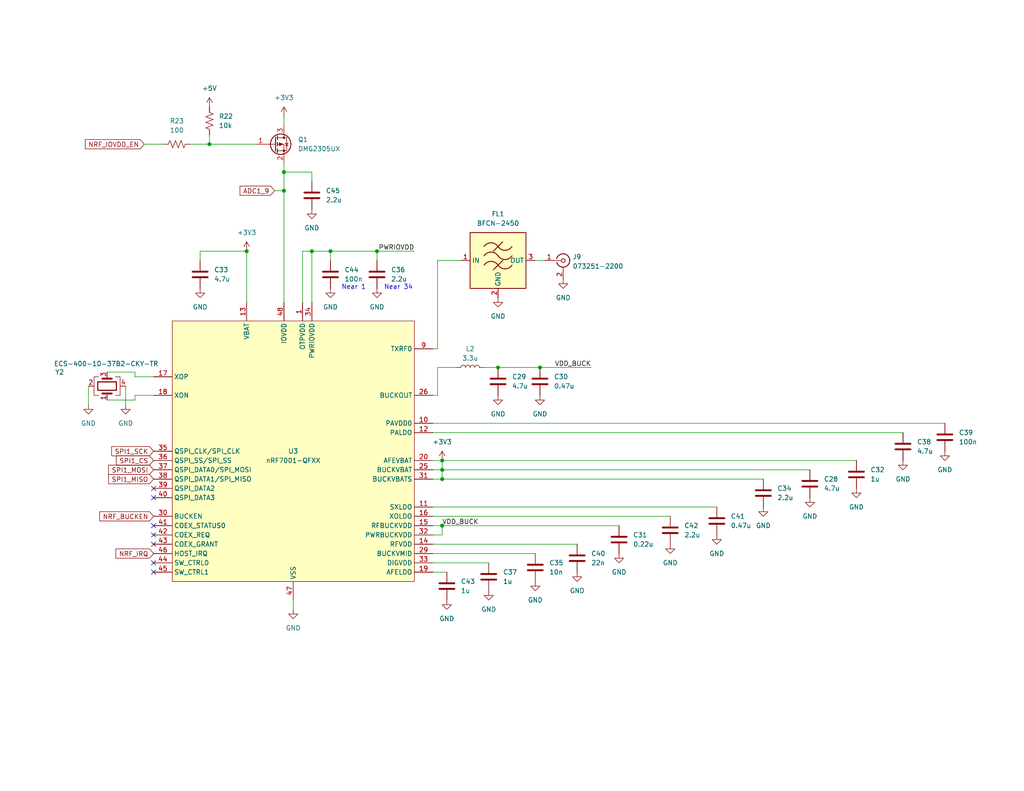
<source format=kicad_sch>
(kicad_sch (version 20250114) (generator "eeschema") (generator_version "9.0")
  (paper "USLetter")
  (title_block (title "WiFi Coprocessor") (rev "alpha") (company "Haas Hooligans") (comment 1 "Ryan Jacoby"))
  (lib_symbols
    (symbol "Connector:Conn_Coaxial" (pin_names (offset 1.016) (hide yes))
      (property "Reference" "J" (at 0.254 3.048 0))
      (property "Value" "Conn_Coaxial" (at 2.921 0 90))
      (symbol "Conn_Coaxial_0_1"
        (polyline (pts (xy -2.54 0) (xy -0.508 0)))
        (arc (start 1.778 0) (mid 0.222 -1.8079) (end -1.778 -0.508) (stroke (width 0.254)))
        (arc (start -1.778 0.508) (mid 0.2221 1.8084) (end 1.778 0) (stroke (width 0.254)))
        (circle (center 0 0) (radius 0.508) (stroke (width 0.2032)))
        (polyline (pts (xy 0 -2.54) (xy 0 -1.778)))
      )
      (symbol "Conn_Coaxial_1_1"
        (pin passive line (at -5.08 0 0) (length 2.54) (name "In") (number "1"))
        (pin passive line (at 0 -5.08 90) (length 2.54) (name "Ext") (number "2"))
      )
    )
    (symbol "Device:C" (pin_numbers (hide yes)) (pin_names (offset 0.254))
      (property "Reference" "C" (at 0.635 2.54 0))
      (property "Value" "C" (at 0.635 -2.54 0))
      (symbol "C_0_1"
        (polyline (pts (xy -2.032 0.762) (xy 2.032 0.762)) (stroke (width 0.508)))
        (polyline (pts (xy -2.032 -0.762) (xy 2.032 -0.762)) (stroke (width 0.508)))
      )
      (symbol "C_1_1"
        (pin passive line (at 0 3.81 270) (length 2.794) (name "~") (number "1"))
        (pin passive line (at 0 -3.81 90) (length 2.794) (name "~") (number "2"))
      )
    )
    (symbol "Device:Crystal_GND24" (pin_names (offset 1.016) (hide yes))
      (property "Reference" "Y" (at 3.175 5.08 0))
      (property "Value" "Crystal_GND24" (at 3.175 3.175 0))
      (symbol "Crystal_GND24_0_1"
        (polyline (pts (xy -2.54 2.286) (xy -2.54 3.556) (xy 2.54 3.556) (xy 2.54 2.286)))
        (polyline (pts (xy -2.54 0) (xy -2.032 0)))
        (polyline (pts (xy -2.54 -2.286) (xy -2.54 -3.556) (xy 2.54 -3.556) (xy 2.54 -2.286)))
        (polyline (pts (xy -2.032 -1.27) (xy -2.032 1.27)) (stroke (width 0.508)))
        (rectangle (start -1.143 2.54) (end 1.143 -2.54) (stroke (width 0.3048)))
        (polyline (pts (xy 0 3.556) (xy 0 3.81)))
        (polyline (pts (xy 0 -3.81) (xy 0 -3.556)))
        (polyline (pts (xy 2.032 0) (xy 2.54 0)))
        (polyline (pts (xy 2.032 -1.27) (xy 2.032 1.27)) (stroke (width 0.508)))
      )
      (symbol "Crystal_GND24_1_1"
        (pin passive line (at -3.81 0 0) (length 1.27) (name "1") (number "1"))
        (pin passive line (at 0 5.08 270) (length 1.27) (name "2") (number "2"))
        (pin passive line (at 0 -5.08 90) (length 1.27) (name "4") (number "4"))
        (pin passive line (at 3.81 0 180) (length 1.27) (name "3") (number "3"))
      )
    )
    (symbol "Device:L" (pin_numbers (hide yes)) (pin_names (offset 1.016) (hide yes))
      (property "Reference" "L" (at -1.27 0 90))
      (property "Value" "L" (at 1.905 0 90))
      (symbol "L_0_1"
        (arc (start 0 2.54) (mid 0.6323 1.905) (end 0 1.27))
        (arc (start 0 1.27) (mid 0.6323 0.635) (end 0 0))
        (arc (start 0 0) (mid 0.6323 -0.635) (end 0 -1.27))
        (arc (start 0 -1.27) (mid 0.6323 -1.905) (end 0 -2.54))
      )
      (symbol "L_1_1"
        (pin passive line (at 0 3.81 270) (length 1.27) (name "1") (number "1"))
        (pin passive line (at 0 -3.81 90) (length 1.27) (name "2") (number "2"))
      )
    )
    (symbol "Device:R_US" (pin_numbers (hide yes)) (pin_names (offset 0))
      (property "Reference" "R" (at 2.54 0 90))
      (property "Value" "R_US" (at -2.54 0 90))
      (symbol "R_US_0_1"
        (polyline (pts (xy 0 2.286) (xy 0 2.54)))
        (polyline (pts (xy 0 2.286) (xy 1.016 1.905) (xy 0 1.524) (xy -1.016 1.143) (xy 0 0.762)))
        (polyline (pts (xy 0 0.762) (xy 1.016 0.381) (xy 0 0) (xy -1.016 -0.381) (xy 0 -0.762)))
        (polyline (pts (xy 0 -0.762) (xy 1.016 -1.143) (xy 0 -1.524) (xy -1.016 -1.905) (xy 0 -2.286)))
        (polyline (pts (xy 0 -2.286) (xy 0 -2.54)))
      )
      (symbol "R_US_1_1"
        (pin passive line (at 0 3.81 270) (length 1.27) (name "~") (number "1"))
        (pin passive line (at 0 -3.81 90) (length 1.27) (name "~") (number "2"))
      )
    )
    (symbol "PCM_nordic-lib-kicad-nrf7:nRF7001-QFXX"
      (property "Reference" "U" (at 0 0 0))
      (property "Value" "nRF7001-QFXX" (at 0 -2.54 0))
      (symbol "nRF7001-QFXX_0_0"
        (pin input line (at -38.1 20.32 0) (length 5.08) (name "XOP") (number "17"))
        (pin input line (at -38.1 15.24 0) (length 5.08) (name "XON") (number "18"))
        (pin input line (at -38.1 -2.54 0) (length 5.08) (name "QSPI_SS/SPI_SS") (number "36"))
        (pin bidirectional line (at -38.1 -5.08 0) (length 5.08) (name "QSPI_DATA0/SPI_MOSI") (number "37"))
        (pin bidirectional line (at -38.1 -7.62 0) (length 5.08) (name "QSPI_DATA1/SPI_MISO") (number "38"))
        (pin bidirectional line (at -38.1 -10.16 0) (length 5.08) (name "QSPI_DATA2") (number "39"))
        (pin bidirectional line (at -38.1 -12.7 0) (length 5.08) (name "QSPI_DATA3") (number "40"))
        (pin input line (at -38.1 -17.78 0) (length 5.08) (name "BUCKEN") (number "30"))
        (pin bidirectional line (at -38.1 -20.32 0) (length 5.08) (name "COEX_STATUS0") (number "41"))
        (pin bidirectional line (at -38.1 -22.86 0) (length 5.08) (name "COEX_REQ") (number "42"))
        (pin output line (at -38.1 -25.4 0) (length 5.08) (name "COEX_GRANT") (number "43"))
        (pin output line (at -38.1 -27.94 0) (length 5.08) (name "HOST_IRQ") (number "46"))
        (pin output line (at -38.1 -30.48 0) (length 5.08) (name "SW_CTRL0") (number "44"))
        (pin bidirectional line (at -38.1 -33.02 0) (length 5.08) (name "SW_CTRL1") (number "45"))
        (pin power_in line (at -12.7 40.64 270) (length 5.08) (name "VBAT") (number "13"))
        (pin power_in line (at -2.54 40.64 270) (length 5.08) (name "IOVDD") (number "48"))
        (pin passive line (at 0 -40.64 90) (length 5.08) (hide yes) (name "BUCKVSS") (number "28"))
        (pin power_in line (at 2.54 40.64 270) (length 5.08) (name "OTPVDD") (number "1"))
        (pin power_in line (at 5.08 40.64 270) (length 5.08) (name "PWRIOVDD") (number "34"))
        (pin bidirectional line (at 38.1 27.94 180) (length 5.08) (name "TXRF0") (number "9"))
        (pin power_out line (at 38.1 15.24 180) (length 5.08) (name "BUCKOUT") (number "26"))
        (pin passive line (at 38.1 7.62 180) (length 5.08) (name "PAVDD0") (number "10"))
        (pin passive line (at 38.1 5.08 180) (length 5.08) (name "PALDO") (number "12"))
        (pin passive line (at 38.1 -2.54 180) (length 5.08) (name "AFEVBAT") (number "20"))
        (pin passive line (at 38.1 -5.08 180) (length 5.08) (name "BUCKVBAT") (number "25"))
        (pin passive line (at 38.1 -7.62 180) (length 5.08) (name "BUCKVBATS") (number "31"))
        (pin passive line (at 38.1 -15.24 180) (length 5.08) (name "SXLDO") (number "11"))
        (pin passive line (at 38.1 -17.78 180) (length 5.08) (name "XOLDO") (number "16"))
        (pin passive line (at 38.1 -20.32 180) (length 5.08) (name "RFBUCKVDD") (number "15"))
        (pin passive line (at 38.1 -22.86 180) (length 5.08) (name "PWRBUCKVDD") (number "32"))
        (pin passive line (at 38.1 -25.4 180) (length 5.08) (name "RFVDD") (number "14"))
        (pin power_out line (at 38.1 -27.94 180) (length 5.08) (name "BUCKVMID") (number "29"))
        (pin passive line (at 38.1 -30.48 180) (length 5.08) (name "DIGVDD") (number "33"))
        (pin passive line (at 38.1 -33.02 180) (length 5.08) (name "AFELDO") (number "19"))
      )
      (symbol "nRF7001-QFXX_1_0"
        (pin input line (at -38.1 0 0) (length 5.08) (name "QSPI_CLK/SPI_CLK") (number "35"))
        (pin passive line (at 0 -40.64 90) (length 5.08) (hide yes) (name "BUCKVSS") (number "27"))
        (pin power_in line (at 0 -40.64 90) (length 5.08) (name "VSS") (number "47"))
        (pin passive line (at 0 -40.64 90) (length 5.08) (hide yes) (name "EP") (number "49"))
        (pin passive line (at 0 -40.64 90) (length 5.08) (hide yes) (name "PAVDD1") (number "8"))
        (pin no_connect line (at 7.62 35.56 270) (length 5.08) (hide yes) (name "TXRF1") (number "7"))
        (pin no_connect line (at 10.16 35.56 270) (length 5.08) (hide yes) (name "N.C.") (number "2"))
        (pin no_connect line (at 12.7 35.56 270) (length 5.08) (hide yes) (name "N.C.") (number "4"))
        (pin no_connect line (at 15.24 35.56 270) (length 5.08) (hide yes) (name "N.C.") (number "21"))
        (pin no_connect line (at 17.78 35.56 270) (length 5.08) (hide yes) (name "N.C.") (number "22"))
        (pin no_connect line (at 20.32 35.56 270) (length 5.08) (hide yes) (name "N.C.") (number "23"))
        (pin no_connect line (at 22.86 35.56 270) (length 5.08) (hide yes) (name "N.C.") (number "24"))
        (pin no_connect line (at 25.4 35.56 270) (length 5.08) (hide yes) (name "N.C.") (number "3"))
        (pin no_connect line (at 27.94 35.56 270) (length 5.08) (hide yes) (name "N.C.") (number "5"))
        (pin no_connect line (at 30.48 35.56 270) (length 5.08) (hide yes) (name "N.C.") (number "6"))
      )
      (symbol "nRF7001-QFXX_1_1"
        (rectangle (start -33.02 35.56) (end 33.02 -35.56) (fill (type background)))
      )
    )
    (symbol "RF_Filter:BFCN-2450"
      (property "Reference" "FL" (at 0 10.795 0))
      (property "Value" "BFCN-2450" (at 0 8.89 0))
      (symbol "BFCN-2450_0_1"
        (rectangle (start -7.62 7.62) (end 7.62 -7.62) (stroke (width 0.254)) (fill (type background)))
        (arc (start -3.81 3.81) (mid -1.905 4.8295) (end 0 3.81) (stroke (width 0.254)))
        (arc (start -3.81 1.27) (mid -1.905 2.2895) (end 0 1.27) (stroke (width 0.254)))
        (arc (start -3.81 -1.27) (mid -1.905 -0.2505) (end 0 -1.27) (stroke (width 0.254)))
        (polyline (pts (xy -1.27 2.54) (xy 1.27 5.08)) (stroke (width 0.254)))
        (polyline (pts (xy -1.27 -2.54) (xy 1.27 0)) (stroke (width 0.254)))
        (arc (start 3.81 3.81) (mid 1.905 2.7905) (end 0 3.81) (stroke (width 0.254)))
        (arc (start 3.81 1.27) (mid 1.905 0.2505) (end 0 1.27) (stroke (width 0.254)))
        (arc (start 3.81 -1.27) (mid 1.905 -2.2895) (end 0 -1.27) (stroke (width 0.254)))
      )
      (symbol "BFCN-2450_1_1"
        (pin passive line (at -10.16 0 0) (length 2.54) (name "IN") (number "1"))
        (pin passive line (at 0 -10.16 90) (length 2.54) (name "GND") (number "2"))
        (pin passive line (at 0 -10.16 90) (length 2.54) (hide yes) (name "GND") (number "4"))
        (pin passive line (at 10.16 0 180) (length 2.54) (name "OUT") (number "3"))
      )
    )
    (symbol "Transistor_FET:Q_PMOS_GSD" (pin_names (offset 0) (hide yes))
      (property "Reference" "Q" (at 5.08 1.905 0))
      (property "Value" "Q_PMOS_GSD" (at 5.08 0 0))
      (symbol "Q_PMOS_GSD_0_1"
        (polyline (pts (xy 0.254 1.905) (xy 0.254 -1.905)) (stroke (width 0.254)))
        (polyline (pts (xy 0.254 0) (xy -2.54 0)))
        (polyline (pts (xy 0.762 2.286) (xy 0.762 1.27)) (stroke (width 0.254)))
        (polyline (pts (xy 0.762 1.778) (xy 3.302 1.778) (xy 3.302 -1.778) (xy 0.762 -1.778)))
        (polyline (pts (xy 0.762 0.508) (xy 0.762 -0.508)) (stroke (width 0.254)))
        (polyline (pts (xy 0.762 -1.27) (xy 0.762 -2.286)) (stroke (width 0.254)))
        (circle (center 1.651 0) (radius 2.794) (stroke (width 0.254)))
        (polyline (pts (xy 2.286 0) (xy 1.27 0.381) (xy 1.27 -0.381) (xy 2.286 0)) (fill (type outline)))
        (polyline (pts (xy 2.54 2.54) (xy 2.54 1.778)))
        (circle (center 2.54 1.778) (radius 0.254) (fill (type outline)))
        (circle (center 2.54 -1.778) (radius 0.254) (fill (type outline)))
        (polyline (pts (xy 2.54 -2.54) (xy 2.54 0) (xy 0.762 0)))
        (polyline (pts (xy 2.921 -0.381) (xy 3.683 -0.381)))
        (polyline (pts (xy 3.302 -0.381) (xy 2.921 0.254) (xy 3.683 0.254) (xy 3.302 -0.381)))
      )
      (symbol "Q_PMOS_GSD_1_1"
        (pin input line (at -5.08 0 0) (length 2.54) (name "G") (number "1"))
        (pin passive line (at 2.54 5.08 270) (length 2.54) (name "D") (number "3"))
        (pin passive line (at 2.54 -5.08 90) (length 2.54) (name "S") (number "2"))
      )
    )
    (symbol "power:+3V3" (power) (pin_numbers (hide yes)) (pin_names (offset 0) (hide yes))
      (property "Value" "+3V3" (at 0 3.556 0))
      (symbol "+3V3_0_1"
        (polyline (pts (xy -0.762 1.27) (xy 0 2.54)))
        (polyline (pts (xy 0 2.54) (xy 0.762 1.27)))
        (polyline (pts (xy 0 0) (xy 0 2.54)))
      )
      (symbol "+3V3_1_1"
        (pin power_in line (at 0 0 90) (length 0) (name "~") (number "1"))
      )
    )
    (symbol "power:+5V" (power) (pin_numbers (hide yes)) (pin_names (offset 0) (hide yes))
      (property "Value" "+5V" (at 0 3.556 0))
      (symbol "+5V_0_1"
        (polyline (pts (xy -0.762 1.27) (xy 0 2.54)))
        (polyline (pts (xy 0 2.54) (xy 0.762 1.27)))
        (polyline (pts (xy 0 0) (xy 0 2.54)))
      )
      (symbol "+5V_1_1"
        (pin power_in line (at 0 0 90) (length 0) (name "~") (number "1"))
      )
    )
    (symbol "power:GND" (power) (pin_numbers (hide yes)) (pin_names (offset 0) (hide yes))
      (property "Value" "GND" (at 0 -3.81 0))
      (symbol "GND_0_1"
        (polyline (pts (xy 0 0) (xy 0 -1.27) (xy 1.27 -1.27) (xy 0 -2.54) (xy -1.27 -1.27) (xy 0 -1.27)))
      )
      (symbol "GND_1_1"
        (pin power_in line (at 0 0 270) (length 0) (name "~") (number "1"))
      )
    )
  )
  (text "Near 34" (at 108.712 78.486 0) (effects (font (size 1.27 1.27))))
  (text "Near 1" (at 96.52 78.486 0) (effects (font (size 1.27 1.27))))
  (junction (at 135.89 100.33))
  (junction (at 85.09 68.58))
  (junction (at 67.31 68.58))
  (junction (at 57.15 39.37))
  (junction (at 120.65 128.27))
  (junction (at 77.47 52.07))
  (junction (at 102.87 68.58))
  (junction (at 90.17 68.58))
  (junction (at 120.65 130.81))
  (junction (at 77.47 46.99))
  (junction (at 120.65 125.73))
  (junction (at 147.32 100.33))
  (junction (at 120.65 143.51))
  (no_connect (at 41.91 153.67))
  (no_connect (at 41.91 133.35))
  (no_connect (at 41.91 156.21))
  (no_connect (at 41.91 143.51))
  (no_connect (at 41.91 146.05))
  (no_connect (at 41.91 135.89))
  (no_connect (at 41.91 148.59))
  (wire (pts (xy 77.47 31.75) (xy 77.47 34.29)))
  (wire (pts (xy 36.83 101.6) (xy 36.83 102.87)))
  (wire (pts (xy 57.15 39.37) (xy 69.85 39.37)))
  (wire (pts (xy 24.13 105.41) (xy 24.13 110.49)))
  (wire (pts (xy 120.65 130.81) (xy 208.28 130.81)))
  (wire (pts (xy 85.09 68.58) (xy 90.17 68.58)))
  (wire (pts (xy 52.07 39.37) (xy 57.15 39.37)))
  (wire (pts (xy 118.11 148.59) (xy 157.48 148.59)))
  (wire (pts (xy 119.38 71.12) (xy 119.38 95.25)))
  (wire (pts (xy 34.29 105.41) (xy 34.29 110.49)))
  (wire (pts (xy 29.21 101.6) (xy 36.83 101.6)))
  (wire (pts (xy 85.09 46.99) (xy 85.09 49.53)))
  (wire (pts (xy 119.38 71.12) (xy 125.73 71.12)))
  (wire (pts (xy 120.65 130.81) (xy 120.65 128.27)))
  (wire (pts (xy 90.17 68.58) (xy 102.87 68.58)))
  (wire (pts (xy 36.83 102.87) (xy 41.91 102.87)))
  (wire (pts (xy 120.65 125.73) (xy 233.68 125.73)))
  (wire (pts (xy 148.59 71.12) (xy 146.05 71.12)))
  (wire (pts (xy 119.38 95.25) (xy 118.11 95.25)))
  (wire (pts (xy 80.01 163.83) (xy 80.01 166.37)))
  (wire (pts (xy 57.15 36.83) (xy 57.15 39.37)))
  (wire (pts (xy 135.89 100.33) (xy 147.32 100.33)))
  (wire (pts (xy 67.31 68.58) (xy 54.61 68.58)))
  (wire (pts (xy 36.83 109.22) (xy 29.21 109.22)))
  (wire (pts (xy 118.11 118.11) (xy 246.38 118.11)))
  (wire (pts (xy 118.11 143.51) (xy 120.65 143.51)))
  (wire (pts (xy 41.91 107.95) (xy 36.83 107.95)))
  (wire (pts (xy 119.38 107.95) (xy 118.11 107.95)))
  (wire (pts (xy 120.65 128.27) (xy 120.65 125.73)))
  (wire (pts (xy 118.11 156.21) (xy 121.92 156.21)))
  (wire (pts (xy 118.11 125.73) (xy 120.65 125.73)))
  (wire (pts (xy 85.09 68.58) (xy 82.55 68.58)))
  (wire (pts (xy 118.11 140.97) (xy 182.88 140.97)))
  (wire (pts (xy 54.61 68.58) (xy 54.61 71.12)))
  (wire (pts (xy 77.47 46.99) (xy 77.47 52.07)))
  (wire (pts (xy 118.11 153.67) (xy 133.35 153.67)))
  (wire (pts (xy 74.93 52.07) (xy 77.47 52.07)))
  (wire (pts (xy 77.47 46.99) (xy 85.09 46.99)))
  (wire (pts (xy 147.32 100.33) (xy 161.29 100.33)))
  (wire (pts (xy 118.11 138.43) (xy 195.58 138.43)))
  (wire (pts (xy 39.37 39.37) (xy 44.45 39.37)))
  (wire (pts (xy 120.65 143.51) (xy 168.91 143.51)))
  (wire (pts (xy 118.11 115.57) (xy 257.81 115.57)))
  (wire (pts (xy 113.03 68.58) (xy 102.87 68.58)))
  (wire (pts (xy 82.55 68.58) (xy 82.55 82.55)))
  (wire (pts (xy 118.11 128.27) (xy 120.65 128.27)))
  (wire (pts (xy 120.65 128.27) (xy 220.98 128.27)))
  (wire (pts (xy 119.38 100.33) (xy 124.46 100.33)))
  (wire (pts (xy 118.11 130.81) (xy 120.65 130.81)))
  (wire (pts (xy 77.47 44.45) (xy 77.47 46.99)))
  (wire (pts (xy 77.47 52.07) (xy 77.47 82.55)))
  (wire (pts (xy 67.31 82.55) (xy 67.31 68.58)))
  (wire (pts (xy 120.65 146.05) (xy 120.65 143.51)))
  (wire (pts (xy 118.11 146.05) (xy 120.65 146.05)))
  (wire (pts (xy 36.83 107.95) (xy 36.83 109.22)))
  (wire (pts (xy 85.09 82.55) (xy 85.09 68.58)))
  (wire (pts (xy 132.08 100.33) (xy 135.89 100.33)))
  (wire (pts (xy 119.38 100.33) (xy 119.38 107.95)))
  (wire (pts (xy 118.11 151.13) (xy 146.05 151.13)))
  (wire (pts (xy 102.87 68.58) (xy 102.87 71.12)))
  (wire (pts (xy 90.17 68.58) (xy 90.17 71.12)))
  (label "VDD_BUCK" (at 161.29 100.33 180))
  (label "VDD_BUCK" (at 120.65 143.51 0))
  (label "PWRIOVDD" (at 113.03 68.58 180))
  (global_label "NRF_BUCKEN" (shape input) (at 41.91 140.97 180) (property "Intersheetrefs" "${INTERSHEET_REFS}" (effects (hide yes))))
  (global_label "ADC1_9" (shape input) (at 74.93 52.07 180) (property "Intersheetrefs" "${INTERSHEET_REFS}" (effects (hide yes))))
  (global_label "SPI1_MISO" (shape input) (at 41.91 130.81 180) (property "Intersheetrefs" "${INTERSHEET_REFS}" (effects (hide yes))))
  (global_label "NRF_IOVDD_EN" (shape input) (at 39.37 39.37 180) (property "Intersheetrefs" "${INTERSHEET_REFS}" (effects (hide yes))))
  (global_label "SPI1_MOSI" (shape input) (at 41.91 128.27 180) (property "Intersheetrefs" "${INTERSHEET_REFS}" (effects (hide yes))))
  (global_label "NRF_IRQ" (shape input) (at 41.91 151.13 180) (property "Intersheetrefs" "${INTERSHEET_REFS}" (effects (hide yes))))
  (global_label "SPI1_SCK" (shape input) (at 41.91 123.19 180) (property "Intersheetrefs" "${INTERSHEET_REFS}" (effects (hide yes))))
  (global_label "SPI1_CS" (shape input) (at 41.91 125.73 180) (property "Intersheetrefs" "${INTERSHEET_REFS}" (effects (hide yes))))
  (symbol (lib_id "power:GND") (at 195.58 146.05 0) (unit 1)
    (property "Reference" "#PWR076" (effects (hide yes)))
    (property "Value" "GND" (at 195.58 151.13 0))
    (property "Description" "Power symbol creates a global label with name \"GND\" , ground" (effects (hide yes)))
  )
  (symbol (lib_id "power:+3V3") (at 120.65 125.73 0) (unit 1)
    (property "Reference" "#PWR059" (effects (hide yes)))
    (property "Value" "+3V3" (at 120.65 120.65 0))
    (property "Description" "Power symbol creates a global label with name \"+3V3\"" (effects (hide yes)))
  )
  (symbol (lib_id "Device:C") (at 102.87 74.93 0) (unit 1)
    (property "Reference" "C36" (at 106.68 73.6599 0) (effects (justify left)))
    (property "Value" "2.2u" (at 106.68 76.1999 0) (effects (justify left)))
    (property "Footprint" "Capacitor_SMD:C_0603_1608Metric" (effects (hide yes)))
    (property "Description" "Unpolarized capacitor" (effects (hide yes)))
    (property "DPN" "1276-1134-1-ND" (effects (hide yes)))
  )
  (symbol (lib_id "Device:C") (at 90.17 74.93 0) (unit 1)
    (property "Reference" "C44" (at 93.98 73.6599 0) (effects (justify left)))
    (property "Value" "100n" (at 93.98 76.1999 0) (effects (justify left)))
    (property "Footprint" "Capacitor_SMD:C_0603_1608Metric" (effects (hide yes)))
    (property "Description" "Unpolarized capacitor" (effects (hide yes)))
    (property "DPN" "311-1341-1-ND" (effects (hide yes)))
  )
  (symbol (lib_id "Transistor_FET:Q_PMOS_GSD") (at 74.93 39.37 0) (unit 1)
    (property "Reference" "Q1" (at 81.28 38.0999 0) (effects (justify left)))
    (property "Value" "DMG2305UX" (at 81.28 40.6399 0) (effects (justify left)))
    (property "Footprint" "Package_TO_SOT_SMD:SOT-23" (effects (hide yes)))
    (property "Datasheet" "https://www.diodes.com/assets/Datasheets/DMG2305UX.pdf" (effects (hide yes)))
    (property "Description" "P-MOSFET transistor, gate/source/drain" (effects (hide yes)))
    (property "DPN" "DMG2305UX-7DICT-ND" (effects (hide yes)))
  )
  (symbol (lib_id "power:GND") (at 146.05 158.75 0) (unit 1)
    (property "Reference" "#PWR070" (effects (hide yes)))
    (property "Value" "GND" (at 146.05 163.83 0))
    (property "Description" "Power symbol creates a global label with name \"GND\" , ground" (effects (hide yes)))
  )
  (symbol (lib_id "power:GND") (at 246.38 125.73 0) (unit 1)
    (property "Reference" "#PWR073" (effects (hide yes)))
    (property "Value" "GND" (at 246.38 130.81 0))
    (property "Description" "Power symbol creates a global label with name \"GND\" , ground" (effects (hide yes)))
  )
  (symbol (lib_id "power:GND") (at 233.68 133.35 0) (unit 1)
    (property "Reference" "#PWR066" (effects (hide yes)))
    (property "Value" "GND" (at 233.68 138.43 0))
    (property "Description" "Power symbol creates a global label with name \"GND\" , ground" (effects (hide yes)))
  )
  (symbol (lib_id "Device:C") (at 157.48 152.4 0) (unit 1)
    (property "Reference" "C40" (at 161.29 151.1299 0) (effects (justify left)))
    (property "Value" "22n" (at 161.29 153.6699 0) (effects (justify left)))
    (property "Footprint" "Capacitor_SMD:C_0603_1608Metric" (effects (hide yes)))
    (property "Description" "Unpolarized capacitor" (effects (hide yes)))
    (property "DPN" "490-4782-1-ND" (effects (hide yes)))
  )
  (symbol (lib_id "Device:C") (at 85.09 53.34 0) (unit 1)
    (property "Reference" "C45" (at 88.9 52.0699 0) (effects (justify left)))
    (property "Value" "2.2u" (at 88.9 54.6099 0) (effects (justify left)))
    (property "Footprint" "Capacitor_SMD:C_0603_1608Metric" (effects (hide yes)))
    (property "Description" "Unpolarized capacitor" (effects (hide yes)))
    (property "DPN" "1276-1134-1-ND" (effects (hide yes)))
  )
  (symbol (lib_id "Device:C") (at 135.89 104.14 0) (unit 1)
    (property "Reference" "C29" (at 139.7 102.8699 0) (effects (justify left)))
    (property "Value" "4.7u" (at 139.7 105.4099 0) (effects (justify left)))
    (property "Footprint" "Capacitor_SMD:C_0603_1608Metric" (effects (hide yes)))
    (property "Description" "Unpolarized capacitor" (effects (hide yes)))
    (property "DPN" "1276-1044-1-ND" (effects (hide yes)))
  )
  (symbol (lib_id "Connector:Conn_Coaxial") (at 153.67 71.12 0) (unit 1)
    (property "Reference" "J9" (at 156.21 70.1431 0) (effects (justify left)))
    (property "Value" "073251-2200" (at 156.21 72.6831 0) (effects (justify left)))
    (property "Footprint" "Connector_Coaxial:SMA_Molex_73251-2200_Horizontal" (effects (hide yes)))
    (property "Datasheet" "https://www.molex.com/en-us/products/part-detail/732512200?display=pdf" (effects (hide yes)))
    (property "Description" "coaxial connector (BNC, SMA, SMB, SMC, Cinch/RCA, LEMO, ...)" (effects (hide yes)))
    (property "DPN" "WM9352-ND" (effects (hide yes)))
  )
  (symbol (lib_id "power:GND") (at 121.92 163.83 0) (unit 1)
    (property "Reference" "#PWR078" (effects (hide yes)))
    (property "Value" "GND" (at 121.92 168.91 0))
    (property "Description" "Power symbol creates a global label with name \"GND\" , ground" (effects (hide yes)))
  )
  (symbol (lib_id "power:+3V3") (at 67.31 68.58 0) (unit 1)
    (property "Reference" "#PWR068" (effects (hide yes)))
    (property "Value" "+3V3" (at 67.31 63.5 0))
    (property "Description" "Power symbol creates a global label with name \"+3V3\"" (effects (hide yes)))
  )
  (symbol (lib_id "power:GND") (at 90.17 78.74 0) (unit 1)
    (property "Reference" "#PWR079" (effects (hide yes)))
    (property "Value" "GND" (at 90.17 83.82 0))
    (property "Description" "Power symbol creates a global label with name \"GND\" , ground" (effects (hide yes)))
  )
  (symbol (lib_id "power:GND") (at 85.09 57.15 0) (unit 1)
    (property "Reference" "#PWR080" (effects (hide yes)))
    (property "Value" "GND" (at 85.09 62.23 0))
    (property "Description" "Power symbol creates a global label with name \"GND\" , ground" (effects (hide yes)))
  )
  (symbol (lib_id "Device:C") (at 121.92 160.02 0) (unit 1)
    (property "Reference" "C43" (at 125.73 158.7499 0) (effects (justify left)))
    (property "Value" "1u" (at 125.73 161.2899 0) (effects (justify left)))
    (property "Footprint" "Capacitor_SMD:C_0603_1608Metric" (effects (hide yes)))
    (property "Description" "Unpolarized capacitor" (effects (hide yes)))
    (property "DPN" "587-2984-1-ND" (effects (hide yes)))
  )
  (symbol (lib_id "Device:C") (at 133.35 157.48 0) (unit 1)
    (property "Reference" "C37" (at 137.2309 156.2099 0) (effects (justify left)))
    (property "Value" "1u" (at 137.2309 158.7499 0) (effects (justify left)))
    (property "Footprint" "Capacitor_SMD:C_0603_1608Metric" (effects (hide yes)))
    (property "Description" "Unpolarized capacitor" (effects (hide yes)))
    (property "DPN" "587-2984-1-ND" (effects (hide yes)))
  )
  (symbol (lib_id "power:GND") (at 168.91 151.13 0) (unit 1)
    (property "Reference" "#PWR065" (effects (hide yes)))
    (property "Value" "GND" (at 168.91 156.21 0))
    (property "Description" "Power symbol creates a global label with name \"GND\" , ground" (effects (hide yes)))
  )
  (symbol (lib_id "power:GND") (at 133.35 161.29 0) (unit 1)
    (property "Reference" "#PWR072" (effects (hide yes)))
    (property "Value" "GND" (at 133.35 166.37 0))
    (property "Description" "Power symbol creates a global label with name \"GND\" , ground" (effects (hide yes)))
  )
  (symbol (lib_id "Device:R_US") (at 57.15 33.02 0) (unit 1)
    (property "Reference" "R22" (at 59.69 31.7499 0) (effects (justify left)))
    (property "Value" "10k" (at 59.69 34.2899 0) (effects (justify left)))
    (property "Footprint" "Resistor_SMD:R_0603_1608Metric" (effects (hide yes)))
    (property "Description" "Resistor, US symbol" (effects (hide yes)))
    (property "DPN" "RMCF0603JT10K0CT-ND" (effects (hide yes)))
  )
  (symbol (lib_id "power:GND") (at 24.13 110.49 0) (unit 1)
    (property "Reference" "#PWR061" (effects (hide yes)))
    (property "Value" "GND" (at 24.13 115.57 0))
    (property "Description" "Power symbol creates a global label with name \"GND\" , ground" (effects (hide yes)))
  )
  (symbol (lib_id "power:GND") (at 257.81 123.19 0) (unit 1)
    (property "Reference" "#PWR074" (effects (hide yes)))
    (property "Value" "GND" (at 257.81 128.27 0))
    (property "Description" "Power symbol creates a global label with name \"GND\" , ground" (effects (hide yes)))
  )
  (symbol (lib_id "power:GND") (at 182.88 148.59 0) (unit 1)
    (property "Reference" "#PWR077" (effects (hide yes)))
    (property "Value" "GND" (at 182.88 153.67 0))
    (property "Description" "Power symbol creates a global label with name \"GND\" , ground" (effects (hide yes)))
  )
  (symbol (lib_id "power:GND") (at 80.01 166.37 0) (unit 1)
    (property "Reference" "#PWR033" (effects (hide yes)))
    (property "Value" "GND" (at 80.01 171.45 0))
    (property "Description" "Power symbol creates a global label with name \"GND\" , ground" (effects (hide yes)))
  )
  (symbol (lib_id "power:GND") (at 153.67 76.2 0) (unit 1)
    (property "Reference" "#PWR058" (effects (hide yes)))
    (property "Value" "GND" (at 153.67 81.28 0))
    (property "Description" "Power symbol creates a global label with name \"GND\" , ground" (effects (hide yes)))
  )
  (symbol (lib_id "Device:C") (at 195.58 142.24 0) (unit 1)
    (property "Reference" "C41" (at 199.39 140.9699 0) (effects (justify left)))
    (property "Value" "0.47u" (at 199.39 143.5099 0) (effects (justify left)))
    (property "Footprint" "Capacitor_SMD:C_0603_1608Metric" (effects (hide yes)))
    (property "Description" "Unpolarized capacitor" (effects (hide yes)))
    (property "DPN" "490-3291-1-ND" (effects (hide yes)))
  )
  (symbol (lib_id "power:GND") (at 147.32 107.95 0) (unit 1)
    (property "Reference" "#PWR064" (effects (hide yes)))
    (property "Value" "GND" (at 147.32 113.03 0))
    (property "Description" "Power symbol creates a global label with name \"GND\" , ground" (effects (hide yes)))
  )
  (symbol (lib_id "Device:R_US") (at 48.26 39.37 90) (unit 1)
    (property "Reference" "R23" (at 48.26 33.02 90))
    (property "Value" "100" (at 48.26 35.56 90))
    (property "Footprint" "Resistor_SMD:R_0603_1608Metric" (effects (hide yes)))
    (property "Description" "Resistor, US symbol" (effects (hide yes)))
    (property "DPN" "311-100HRCT-ND" (effects (hide yes)))
  )
  (symbol (lib_id "power:+3V3") (at 77.47 31.75 0) (unit 1)
    (property "Reference" "#PWR081" (effects (hide yes)))
    (property "Value" "+3V3" (at 77.47 26.67 0))
    (property "Description" "Power symbol creates a global label with name \"+3V3\"" (effects (hide yes)))
  )
  (symbol (lib_id "Device:C") (at 220.98 132.08 0) (unit 1)
    (property "Reference" "C28" (at 224.79 130.8099 0) (effects (justify left)))
    (property "Value" "4.7u" (at 224.79 133.3499 0) (effects (justify left)))
    (property "Footprint" "Capacitor_SMD:C_0603_1608Metric" (effects (hide yes)))
    (property "Description" "Unpolarized capacitor" (effects (hide yes)))
    (property "DPN" "1276-1044-1-ND" (effects (hide yes)))
  )
  (symbol (lib_id "power:GND") (at 220.98 135.89 0) (unit 1)
    (property "Reference" "#PWR060" (effects (hide yes)))
    (property "Value" "GND" (at 220.98 140.97 0))
    (property "Description" "Power symbol creates a global label with name \"GND\" , ground" (effects (hide yes)))
  )
  (symbol (lib_id "power:GND") (at 54.61 78.74 0) (unit 1)
    (property "Reference" "#PWR067" (effects (hide yes)))
    (property "Value" "GND" (at 54.61 83.82 0))
    (property "Description" "Power symbol creates a global label with name \"GND\" , ground" (effects (hide yes)))
  )
  (symbol (lib_id "Device:C") (at 182.88 144.78 0) (unit 1)
    (property "Reference" "C42" (at 186.69 143.5099 0) (effects (justify left)))
    (property "Value" "2.2u" (at 186.69 146.0499 0) (effects (justify left)))
    (property "Footprint" "Capacitor_SMD:C_0603_1608Metric" (effects (hide yes)))
    (property "Description" "Unpolarized capacitor" (effects (hide yes)))
    (property "DPN" "1276-1134-1-ND" (effects (hide yes)))
  )
  (symbol (lib_id "PCM_nordic-lib-kicad-nrf7:nRF7001-QFXX") (at 80.01 123.19 0) (unit 1)
    (property "Reference" "U3" (at 80.01 123.19 0))
    (property "Value" "nRF7001-QFXX" (at 80.01 125.73 0))
    (property "Footprint" "Package_DFN_QFN:QFN-48-1EP_6x6mm_P0.4mm_EP4.6x4.6mm_ThermalVias" (effects (hide yes)))
    (property "Datasheet" "https://mm.digikey.com/Volume0/opasdata/d220001/medias/docus/6470/NRF7001-QFAA-R.pdf" (effects (hide yes)))
    (property "DPN" "4823-NRF7001-QFAA-RCT-ND" (effects (hide yes)))
  )
  (symbol (lib_id "Device:L") (at 128.27 100.33 90) (unit 1)
    (property "Reference" "L2" (at 128.27 95.25 90))
    (property "Value" "3.3u" (at 128.27 97.79 90))
    (property "Footprint" "Inductor_SMD:L_0805_2012Metric" (effects (hide yes)))
    (property "Description" "Inductor" (effects (hide yes)))
    (property "DPN" "490-16868-1-ND" (effects (hide yes)))
  )
  (symbol (lib_id "power:GND") (at 157.48 156.21 0) (unit 1)
    (property "Reference" "#PWR075" (effects (hide yes)))
    (property "Value" "GND" (at 157.48 161.29 0))
    (property "Description" "Power symbol creates a global label with name \"GND\" , ground" (effects (hide yes)))
  )
  (symbol (lib_id "power:GND") (at 135.89 81.28 0) (unit 1)
    (property "Reference" "#PWR057" (effects (hide yes)))
    (property "Value" "GND" (at 135.89 86.36 0))
    (property "Description" "Power symbol creates a global label with name \"GND\" , ground" (effects (hide yes)))
  )
  (symbol (lib_id "Device:C") (at 54.61 74.93 0) (unit 1)
    (property "Reference" "C33" (at 58.42 73.6599 0) (effects (justify left)))
    (property "Value" "4.7u" (at 58.42 76.1999 0) (effects (justify left)))
    (property "Footprint" "Capacitor_SMD:C_0603_1608Metric" (effects (hide yes)))
    (property "Description" "Unpolarized capacitor" (effects (hide yes)))
    (property "DPN" "1276-1044-1-ND" (effects (hide yes)))
  )
  (symbol (lib_id "power:+5V") (at 57.15 29.21 0) (unit 1)
    (property "Reference" "#PWR082" (effects (hide yes)))
    (property "Value" "+5V" (at 57.15 24.13 0))
    (property "Description" "Power symbol creates a global label with name \"+5V\"" (effects (hide yes)))
  )
  (symbol (lib_id "power:GND") (at 135.89 107.95 0) (unit 1)
    (property "Reference" "#PWR063" (effects (hide yes)))
    (property "Value" "GND" (at 135.89 113.03 0))
    (property "Description" "Power symbol creates a global label with name \"GND\" , ground" (effects (hide yes)))
  )
  (symbol (lib_id "Device:C") (at 168.91 147.32 0) (unit 1)
    (property "Reference" "C31" (at 172.72 146.0499 0) (effects (justify left)))
    (property "Value" "0.22u" (at 172.72 148.5899 0) (effects (justify left)))
    (property "Footprint" "Capacitor_SMD:C_0402_1005Metric" (effects (hide yes)))
    (property "Description" "Unpolarized capacitor" (effects (hide yes)))
    (property "DPN" "490-10671-1-ND" (effects (hide yes)))
  )
  (symbol (lib_id "Device:C") (at 246.38 121.92 0) (unit 1)
    (property "Reference" "C38" (at 250.19 120.6499 0) (effects (justify left)))
    (property "Value" "4.7u" (at 250.19 123.1899 0) (effects (justify left)))
    (property "Footprint" "Capacitor_SMD:C_0603_1608Metric" (effects (hide yes)))
    (property "Description" "Unpolarized capacitor" (effects (hide yes)))
    (property "DPN" "1276-1044-1-ND" (effects (hide yes)))
  )
  (symbol (lib_id "RF_Filter:BFCN-2450") (at 135.89 71.12 0) (unit 1)
    (property "Reference" "FL1" (at 135.89 58.42 0))
    (property "Value" "BFCN-2450" (at 135.89 60.96 0))
    (property "Footprint" "Filter:Filter_Mini-Circuits_FV1206-4" (effects (hide yes)))
    (property "Datasheet" "https://www.minicircuits.com/pdfs/BFCN-2450+.pdf" (effects (hide yes)))
    (property "Description" "2400-2550MHz 50 Ohm Passive Band Pass Filter, FV1206-4" (effects (hide yes)))
    (property "DPN" "3157-BFCN-2450+CT-ND" (effects (hide yes)))
  )
  (symbol (lib_id "Device:C") (at 208.28 134.62 0) (unit 1)
    (property "Reference" "C34" (at 212.09 133.3499 0) (effects (justify left)))
    (property "Value" "2.2u" (at 212.09 135.8899 0) (effects (justify left)))
    (property "Footprint" "Capacitor_SMD:C_0603_1608Metric" (effects (hide yes)))
    (property "Description" "Unpolarized capacitor" (effects (hide yes)))
    (property "DPN" "1276-1134-1-ND" (effects (hide yes)))
  )
  (symbol (lib_id "Device:C") (at 257.81 119.38 0) (unit 1)
    (property "Reference" "C39" (at 261.62 118.1099 0) (effects (justify left)))
    (property "Value" "100n" (at 261.62 120.6499 0) (effects (justify left)))
    (property "Footprint" "Capacitor_SMD:C_0603_1608Metric" (effects (hide yes)))
    (property "Description" "Unpolarized capacitor" (effects (hide yes)))
    (property "DPN" "311-1341-1-ND" (effects (hide yes)))
  )
  (symbol (lib_id "Device:C") (at 147.32 104.14 0) (unit 1)
    (property "Reference" "C30" (at 151.13 102.8699 0) (effects (justify left)))
    (property "Value" "0.47u" (at 151.13 105.4099 0) (effects (justify left)))
    (property "Footprint" "Capacitor_SMD:C_0603_1608Metric" (effects (hide yes)))
    (property "Description" "Unpolarized capacitor" (effects (hide yes)))
    (property "DPN" "490-3291-1-ND" (effects (hide yes)))
  )
  (symbol (lib_id "power:GND") (at 208.28 138.43 0) (unit 1)
    (property "Reference" "#PWR069" (effects (hide yes)))
    (property "Value" "GND" (at 208.28 143.51 0))
    (property "Description" "Power symbol creates a global label with name \"GND\" , ground" (effects (hide yes)))
  )
  (symbol (lib_id "Device:C") (at 233.68 129.54 0) (unit 1)
    (property "Reference" "C32" (at 237.49 128.2699 0) (effects (justify left)))
    (property "Value" "1u" (at 237.49 130.8099 0) (effects (justify left)))
    (property "Footprint" "Capacitor_SMD:C_0603_1608Metric" (effects (hide yes)))
    (property "Description" "Unpolarized capacitor" (effects (hide yes)))
    (property "DPN" "587-2984-1-ND" (effects (hide yes)))
  )
  (symbol (lib_id "power:GND") (at 34.29 110.49 0) (unit 1)
    (property "Reference" "#PWR062" (effects (hide yes)))
    (property "Value" "GND" (at 34.29 115.57 0))
    (property "Description" "Power symbol creates a global label with name \"GND\" , ground" (effects (hide yes)))
  )
  (symbol (lib_id "power:GND") (at 102.87 78.74 0) (unit 1)
    (property "Reference" "#PWR071" (effects (hide yes)))
    (property "Value" "GND" (at 102.87 83.82 0))
    (property "Description" "Power symbol creates a global label with name \"GND\" , ground" (effects (hide yes)))
  )
  (symbol (lib_id "Device:Crystal_GND24") (at 29.21 105.41 90) (unit 1)
    (property "Reference" "Y2" (at 16.256 101.6 90))
    (property "Value" "ECS-400-10-37B2-CKY-TR" (at 28.956 99.314 90))
    (property "Footprint" "Crystal:Crystal_SMD_2016-4Pin_2.0x1.6mm" (effects (hide yes)))
    (property "Datasheet" "https://ecsxtal.com/store/pdf/ECX-1637B2.pdf" (effects (hide yes)))
    (property "Description" "Four pin crystal, GND on pins 2 and 4" (effects (hide yes)))
    (property "DPN" "50-ECS-400-10-37B2-CKY-TRCT-ND" (effects (hide yes)))
  )
  (symbol (lib_id "Device:C") (at 146.05 154.94 0) (unit 1)
    (property "Reference" "C35" (at 149.86 153.6699 0) (effects (justify left)))
    (property "Value" "10n" (at 149.86 156.2099 0) (effects (justify left)))
    (property "Footprint" "Capacitor_SMD:C_0603_1608Metric" (effects (hide yes)))
    (property "Description" "Unpolarized capacitor" (effects (hide yes)))
    (property "DPN" "1276-1009-1-ND" (effects (hide yes)))
  )
)
</source>
